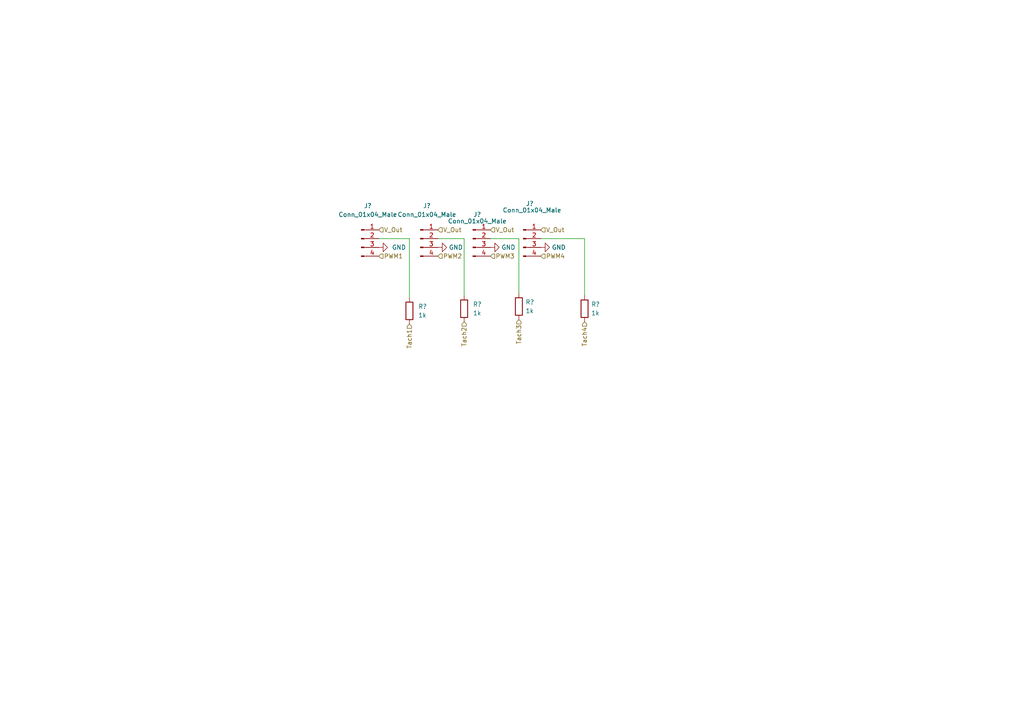
<source format=kicad_sch>
(kicad_sch (version 20211123) (generator eeschema)
  (paper "A4")
  (lib_symbols
    (symbol "Connector:Conn_01x04_Male" (pin_names (offset 1.016) hide)
      (property "Reference" "J" (at 0 5.08 0))
      (property "Value" "Conn_01x04_Male" (at 0 -7.62 0))
      (symbol "Conn_01x04_Male_1_1"
        (polyline (pts (xy 1.27 -5.08) (xy 0.8636 -5.08)) (stroke (width 0.1524)))
        (polyline (pts (xy 1.27 -2.54) (xy 0.8636 -2.54)) (stroke (width 0.1524)))
        (polyline (pts (xy 1.27 0) (xy 0.8636 0)) (stroke (width 0.1524)))
        (polyline (pts (xy 1.27 2.54) (xy 0.8636 2.54)) (stroke (width 0.1524)))
        (rectangle (start 0.8636 -4.953) (end 0 -5.207) (stroke (width 0.1524)) (fill (type outline)))
        (rectangle (start 0.8636 -2.413) (end 0 -2.667) (stroke (width 0.1524)) (fill (type outline)))
        (rectangle (start 0.8636 0.127) (end 0 -0.127) (stroke (width 0.1524)) (fill (type outline)))
        (rectangle (start 0.8636 2.667) (end 0 2.413) (stroke (width 0.1524)) (fill (type outline)))
        (pin passive line (at 5.08 2.54 180) (length 3.81) (name "Pin_1") (number "1"))
        (pin passive line (at 5.08 0 180) (length 3.81) (name "Pin_2") (number "2"))
        (pin passive line (at 5.08 -2.54 180) (length 3.81) (name "Pin_3") (number "3"))
        (pin passive line (at 5.08 -5.08 180) (length 3.81) (name "Pin_4") (number "4"))
      )
    )
    (symbol "Device:R" (pin_numbers hide) (pin_names (offset 0))
      (property "Reference" "R" (at 2.032 0 90))
      (property "Value" "R" (at 0 0 90))
      (symbol "R_0_1"
        (rectangle (start -1.016 -2.54) (end 1.016 2.54) (stroke (width 0.254)))
      )
      (symbol "R_1_1"
        (pin passive line (at 0 3.81 270) (length 1.27) (name "~") (number "1"))
        (pin passive line (at 0 -3.81 90) (length 1.27) (name "~") (number "2"))
      )
    )
    (symbol "power:GND" (power) (pin_names (offset 0))
      (property "Value" "GND" (at 0 -3.81 0))
      (symbol "GND_0_1"
        (polyline (pts (xy 0 0) (xy 0 -1.27) (xy 1.27 -1.27) (xy 0 -2.54) (xy -1.27 -1.27) (xy 0 -1.27)))
      )
      (symbol "GND_1_1"
        (pin power_in line (at 0 0 270) (length 0) hide (name "GND") (number "1"))
      )
    )
  )
  (wire (pts (xy 109.855 69.215) (xy 118.745 69.215)))
  (wire (pts (xy 156.845 69.215) (xy 169.545 69.215)))
  (wire (pts (xy 134.62 69.215) (xy 134.62 85.725)))
  (wire (pts (xy 118.745 69.215) (xy 118.745 86.36)))
  (wire (pts (xy 127 69.215) (xy 134.62 69.215)))
  (wire (pts (xy 169.545 69.215) (xy 169.545 85.725)))
  (wire (pts (xy 150.495 69.215) (xy 150.495 85.09)))
  (wire (pts (xy 142.24 69.215) (xy 150.495 69.215)))
  (hierarchical_label "V_Out" (shape input) (at 156.845 66.675 0))
  (hierarchical_label "PWM2" (shape input) (at 127 74.295 0))
  (hierarchical_label "Tach4" (shape input) (at 169.545 93.345 270))
  (hierarchical_label "PWM3" (shape input) (at 142.24 74.295 0))
  (hierarchical_label "Tach3" (shape input) (at 150.495 92.71 270))
  (hierarchical_label "Tach2" (shape input) (at 134.62 93.345 270))
  (hierarchical_label "V_Out" (shape input) (at 109.855 66.675 0))
  (hierarchical_label "PWM1" (shape input) (at 109.855 74.295 0))
  (hierarchical_label "PWM4" (shape input) (at 156.845 74.295 0))
  (hierarchical_label "Tach1" (shape input) (at 118.745 93.98 270))
  (hierarchical_label "V_Out" (shape input) (at 127 66.675 0))
  (hierarchical_label "V_Out" (shape input) (at 142.24 66.675 0))
  (symbol (lib_id "Connector:Conn_01x04_Male") (at 151.765 69.215 0) (unit 1)
    (property "Reference" "J?" (at 153.67 59.055 0))
    (property "Value" "Conn_01x04_Male" (at 154.305 60.96 0))
  )
  (symbol (lib_id "power:GND") (at 142.24 71.755 90) (unit 1)
    (property "Reference" "#PWR?" (effects hide))
    (property "Value" "GND" (at 145.415 71.7549 90) (effects (justify right)))
  )
  (symbol (lib_id "Device:R") (at 169.545 89.535 0) (unit 1)
    (property "Reference" "R?" (at 171.45 88.2649 0) (effects (justify left)))
    (property "Value" "1k" (at 171.45 90.8049 0) (effects (justify left)))
  )
  (symbol (lib_id "Connector:Conn_01x04_Male") (at 137.16 69.215 0) (unit 1)
    (property "Reference" "J?" (at 138.43 62.23 0))
    (property "Value" "Conn_01x04_Male" (at 138.43 64.135 0))
  )
  (symbol (lib_id "Device:R") (at 134.62 89.535 0) (unit 1)
    (property "Reference" "R?" (at 137.16 88.2649 0) (effects (justify left)))
    (property "Value" "1k" (at 137.16 90.8049 0) (effects (justify left)))
  )
  (symbol (lib_id "Connector:Conn_01x04_Male") (at 121.92 69.215 0) (unit 1)
    (property "Reference" "J?" (at 123.825 59.69 0))
    (property "Value" "Conn_01x04_Male" (at 123.825 62.23 0))
  )
  (symbol (lib_id "Device:R") (at 118.745 90.17 0) (unit 1)
    (property "Reference" "R?" (at 121.285 88.8999 0) (effects (justify left)))
    (property "Value" "1k" (at 121.285 91.4399 0) (effects (justify left)))
  )
  (symbol (lib_id "Device:R") (at 150.495 88.9 0) (unit 1)
    (property "Reference" "R?" (at 152.4 87.6299 0) (effects (justify left)))
    (property "Value" "1k" (at 152.4 90.1699 0) (effects (justify left)))
  )
  (symbol (lib_id "power:GND") (at 109.855 71.755 90) (unit 1)
    (property "Reference" "#PWR?" (effects hide))
    (property "Value" "GND" (at 113.665 71.7549 90) (effects (justify right)))
  )
  (symbol (lib_id "power:GND") (at 127 71.755 90) (unit 1)
    (property "Reference" "#PWR?" (effects hide))
    (property "Value" "GND" (at 130.175 71.7549 90) (effects (justify right)))
  )
  (symbol (lib_id "Connector:Conn_01x04_Male") (at 104.775 69.215 0) (unit 1)
    (property "Reference" "J?" (at 106.68 59.69 0))
    (property "Value" "Conn_01x04_Male" (at 106.68 62.23 0))
  )
  (symbol (lib_id "power:GND") (at 156.845 71.755 90) (unit 1)
    (property "Reference" "#PWR?" (effects hide))
    (property "Value" "GND" (at 160.02 71.7549 90) (effects (justify right)))
  )
)
</source>
